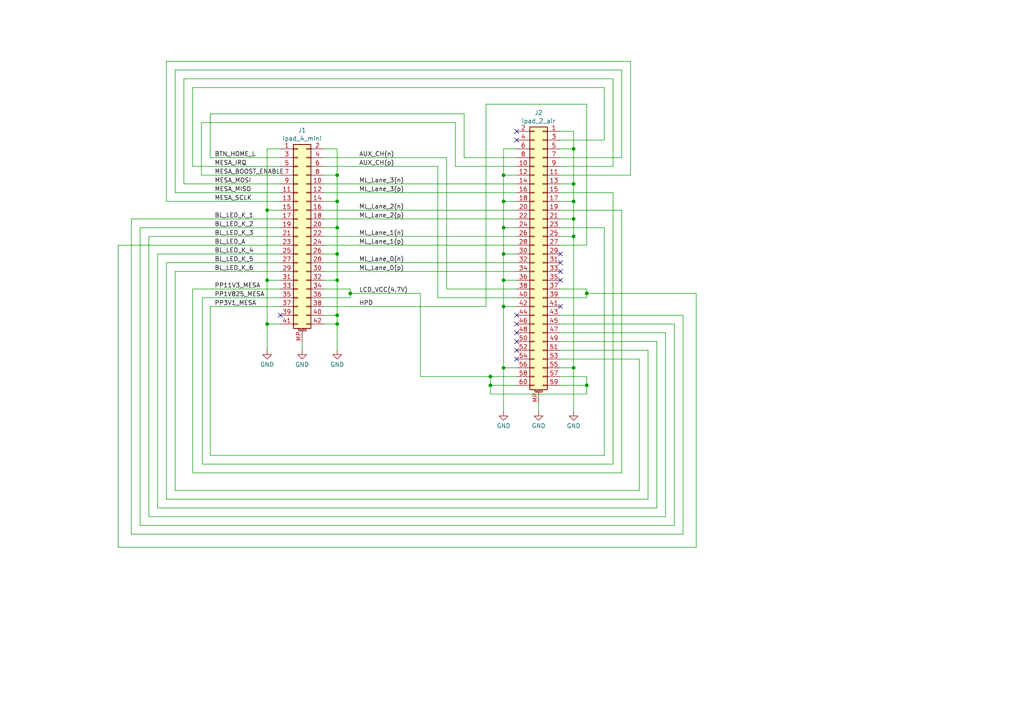
<source format=kicad_sch>
(kicad_sch (version 20231120) (generator "eeschema") (generator_version "8.0")
  (paper "A4")
  (lib_symbols
    (symbol "Connector_Generic_MountingPin:Conn_02x21_Odd_Even_MountingPin" (pin_names (offset 1.016) hide)
      (property "Reference" "J" (at 1.27 27.94 0))
      (property "Value" "Conn_02x21_Odd_Even_MountingPin" (at 2.54 -27.94 0))
      (symbol "Conn_02x21_Odd_Even_MountingPin_1_1"
        (rectangle (start -1.27 -25.273) (end 0 -25.527) (stroke (width 0.1524)))
        (rectangle (start -1.27 -22.733) (end 0 -22.987) (stroke (width 0.1524)))
        (rectangle (start -1.27 -20.193) (end 0 -20.447) (stroke (width 0.1524)))
        (rectangle (start -1.27 -17.653) (end 0 -17.907) (stroke (width 0.1524)))
        (rectangle (start -1.27 -15.113) (end 0 -15.367) (stroke (width 0.1524)))
        (rectangle (start -1.27 -12.573) (end 0 -12.827) (stroke (width 0.1524)))
        (rectangle (start -1.27 -10.033) (end 0 -10.287) (stroke (width 0.1524)))
        (rectangle (start -1.27 -7.493) (end 0 -7.747) (stroke (width 0.1524)))
        (rectangle (start -1.27 -4.953) (end 0 -5.207) (stroke (width 0.1524)))
        (rectangle (start -1.27 -2.413) (end 0 -2.667) (stroke (width 0.1524)))
        (rectangle (start -1.27 0.127) (end 0 -0.127) (stroke (width 0.1524)))
        (rectangle (start -1.27 2.667) (end 0 2.413) (stroke (width 0.1524)))
        (rectangle (start -1.27 5.207) (end 0 4.953) (stroke (width 0.1524)))
        (rectangle (start -1.27 7.747) (end 0 7.493) (stroke (width 0.1524)))
        (rectangle (start -1.27 10.287) (end 0 10.033) (stroke (width 0.1524)))
        (rectangle (start -1.27 12.827) (end 0 12.573) (stroke (width 0.1524)))
        (rectangle (start -1.27 15.367) (end 0 15.113) (stroke (width 0.1524)))
        (rectangle (start -1.27 17.907) (end 0 17.653) (stroke (width 0.1524)))
        (rectangle (start -1.27 20.447) (end 0 20.193) (stroke (width 0.1524)))
        (rectangle (start -1.27 22.987) (end 0 22.733) (stroke (width 0.1524)))
        (rectangle (start -1.27 25.527) (end 0 25.273) (stroke (width 0.1524)))
        (rectangle (start -1.27 26.67) (end 3.81 -26.67) (stroke (width 0.254)) (fill (type background)))
        (polyline (pts (xy 0.254 -27.432) (xy 2.286 -27.432)) (stroke (width 0.1524)))
        (rectangle (start 3.81 -25.273) (end 2.54 -25.527) (stroke (width 0.1524)))
        (rectangle (start 3.81 -22.733) (end 2.54 -22.987) (stroke (width 0.1524)))
        (rectangle (start 3.81 -20.193) (end 2.54 -20.447) (stroke (width 0.1524)))
        (rectangle (start 3.81 -17.653) (end 2.54 -17.907) (stroke (width 0.1524)))
        (rectangle (start 3.81 -15.113) (end 2.54 -15.367) (stroke (width 0.1524)))
        (rectangle (start 3.81 -12.573) (end 2.54 -12.827) (stroke (width 0.1524)))
        (rectangle (start 3.81 -10.033) (end 2.54 -10.287) (stroke (width 0.1524)))
        (rectangle (start 3.81 -7.493) (end 2.54 -7.747) (stroke (width 0.1524)))
        (rectangle (start 3.81 -4.953) (end 2.54 -5.207) (stroke (width 0.1524)))
        (rectangle (start 3.81 -2.413) (end 2.54 -2.667) (stroke (width 0.1524)))
        (rectangle (start 3.81 0.127) (end 2.54 -0.127) (stroke (width 0.1524)))
        (rectangle (start 3.81 2.667) (end 2.54 2.413) (stroke (width 0.1524)))
        (rectangle (start 3.81 5.207) (end 2.54 4.953) (stroke (width 0.1524)))
        (rectangle (start 3.81 7.747) (end 2.54 7.493) (stroke (width 0.1524)))
        (rectangle (start 3.81 10.287) (end 2.54 10.033) (stroke (width 0.1524)))
        (rectangle (start 3.81 12.827) (end 2.54 12.573) (stroke (width 0.1524)))
        (rectangle (start 3.81 15.367) (end 2.54 15.113) (stroke (width 0.1524)))
        (rectangle (start 3.81 17.907) (end 2.54 17.653) (stroke (width 0.1524)))
        (rectangle (start 3.81 20.447) (end 2.54 20.193) (stroke (width 0.1524)))
        (rectangle (start 3.81 22.987) (end 2.54 22.733) (stroke (width 0.1524)))
        (rectangle (start 3.81 25.527) (end 2.54 25.273) (stroke (width 0.1524)))
        (text "Mounting" (at 1.27 -27.051 0) (effects (font (size 0.381 0.381))))
        (pin passive line (at -5.08 25.4 0) (length 3.81) (name "Pin_1") (number "1"))
        (pin passive line (at 7.62 15.24 180) (length 3.81) (name "Pin_10") (number "10"))
        (pin passive line (at -5.08 12.7 0) (length 3.81) (name "Pin_11") (number "11"))
        (pin passive line (at 7.62 12.7 180) (length 3.81) (name "Pin_12") (number "12"))
        (pin passive line (at -5.08 10.16 0) (length 3.81) (name "Pin_13") (number "13"))
        (pin passive line (at 7.62 10.16 180) (length 3.81) (name "Pin_14") (number "14"))
        (pin passive line (at -5.08 7.62 0) (length 3.81) (name "Pin_15") (number "15"))
        (pin passive line (at 7.62 7.62 180) (length 3.81) (name "Pin_16") (number "16"))
        (pin passive line (at -5.08 5.08 0) (length 3.81) (name "Pin_17") (number "17"))
        (pin passive line (at 7.62 5.08 180) (length 3.81) (name "Pin_18") (number "18"))
        (pin passive line (at -5.08 2.54 0) (length 3.81) (name "Pin_19") (number "19"))
        (pin passive line (at 7.62 25.4 180) (length 3.81) (name "Pin_2") (number "2"))
        (pin passive line (at 7.62 2.54 180) (length 3.81) (name "Pin_20") (number "20"))
        (pin passive line (at -5.08 0 0) (length 3.81) (name "Pin_21") (number "21"))
        (pin passive line (at 7.62 0 180) (length 3.81) (name "Pin_22") (number "22"))
        (pin passive line (at -5.08 -2.54 0) (length 3.81) (name "Pin_23") (number "23"))
        (pin passive line (at 7.62 -2.54 180) (length 3.81) (name "Pin_24") (number "24"))
        (pin passive line (at -5.08 -5.08 0) (length 3.81) (name "Pin_25") (number "25"))
        (pin passive line (at 7.62 -5.08 180) (length 3.81) (name "Pin_26") (number "26"))
        (pin passive line (at -5.08 -7.62 0) (length 3.81) (name "Pin_27") (number "27"))
        (pin passive line (at 7.62 -7.62 180) (length 3.81) (name "Pin_28") (number "28"))
        (pin passive line (at -5.08 -10.16 0) (length 3.81) (name "Pin_29") (number "29"))
        (pin passive line (at -5.08 22.86 0) (length 3.81) (name "Pin_3") (number "3"))
        (pin passive line (at 7.62 -10.16 180) (length 3.81) (name "Pin_30") (number "30"))
        (pin passive line (at -5.08 -12.7 0) (length 3.81) (name "Pin_31") (number "31"))
        (pin passive line (at 7.62 -12.7 180) (length 3.81) (name "Pin_32") (number "32"))
        (pin passive line (at -5.08 -15.24 0) (length 3.81) (name "Pin_33") (number "33"))
        (pin passive line (at 7.62 -15.24 180) (length 3.81) (name "Pin_34") (number "34"))
        (pin passive line (at -5.08 -17.78 0) (length 3.81) (name "Pin_35") (number "35"))
        (pin passive line (at 7.62 -17.78 180) (length 3.81) (name "Pin_36") (number "36"))
        (pin passive line (at -5.08 -20.32 0) (length 3.81) (name "Pin_37") (number "37"))
        (pin passive line (at 7.62 -20.32 180) (length 3.81) (name "Pin_38") (number "38"))
        (pin passive line (at -5.08 -22.86 0) (length 3.81) (name "Pin_39") (number "39"))
        (pin passive line (at 7.62 22.86 180) (length 3.81) (name "Pin_4") (number "4"))
        (pin passive line (at 7.62 -22.86 180) (length 3.81) (name "Pin_40") (number "40"))
        (pin passive line (at -5.08 -25.4 0) (length 3.81) (name "Pin_41") (number "41"))
        (pin passive line (at 7.62 -25.4 180) (length 3.81) (name "Pin_42") (number "42"))
        (pin passive line (at -5.08 20.32 0) (length 3.81) (name "Pin_5") (number "5"))
        (pin passive line (at 7.62 20.32 180) (length 3.81) (name "Pin_6") (number "6"))
        (pin passive line (at -5.08 17.78 0) (length 3.81) (name "Pin_7") (number "7"))
        (pin passive line (at 7.62 17.78 180) (length 3.81) (name "Pin_8") (number "8"))
        (pin passive line (at -5.08 15.24 0) (length 3.81) (name "Pin_9") (number "9"))
        (pin passive line (at 1.27 -30.48 90) (length 3.048) (name "MountPin") (number "MP"))
      )
    )
    (symbol "Connector_Generic_MountingPin:Conn_02x30_Odd_Even_MountingPin" (pin_names (offset 1.016) hide)
      (property "Reference" "J" (at 1.27 38.1 0))
      (property "Value" "Conn_02x30_Odd_Even_MountingPin" (at 2.54 -40.64 0))
      (symbol "Conn_02x30_Odd_Even_MountingPin_1_1"
        (rectangle (start -1.27 -37.973) (end 0 -38.227) (stroke (width 0.1524)))
        (rectangle (start -1.27 -35.433) (end 0 -35.687) (stroke (width 0.1524)))
        (rectangle (start -1.27 -32.893) (end 0 -33.147) (stroke (width 0.1524)))
        (rectangle (start -1.27 -30.353) (end 0 -30.607) (stroke (width 0.1524)))
        (rectangle (start -1.27 -27.813) (end 0 -28.067) (stroke (width 0.1524)))
        (rectangle (start -1.27 -25.273) (end 0 -25.527) (stroke (width 0.1524)))
        (rectangle (start -1.27 -22.733) (end 0 -22.987) (stroke (width 0.1524)))
        (rectangle (start -1.27 -20.193) (end 0 -20.447) (stroke (width 0.1524)))
        (rectangle (start -1.27 -17.653) (end 0 -17.907) (stroke (width 0.1524)))
        (rectangle (start -1.27 -15.113) (end 0 -15.367) (stroke (width 0.1524)))
        (rectangle (start -1.27 -12.573) (end 0 -12.827) (stroke (width 0.1524)))
        (rectangle (start -1.27 -10.033) (end 0 -10.287) (stroke (width 0.1524)))
        (rectangle (start -1.27 -7.493) (end 0 -7.747) (stroke (width 0.1524)))
        (rectangle (start -1.27 -4.953) (end 0 -5.207) (stroke (width 0.1524)))
        (rectangle (start -1.27 -2.413) (end 0 -2.667) (stroke (width 0.1524)))
        (rectangle (start -1.27 0.127) (end 0 -0.127) (stroke (width 0.1524)))
        (rectangle (start -1.27 2.667) (end 0 2.413) (stroke (width 0.1524)))
        (rectangle (start -1.27 5.207) (end 0 4.953) (stroke (width 0.1524)))
        (rectangle (start -1.27 7.747) (end 0 7.493) (stroke (width 0.1524)))
        (rectangle (start -1.27 10.287) (end 0 10.033) (stroke (width 0.1524)))
        (rectangle (start -1.27 12.827) (end 0 12.573) (stroke (width 0.1524)))
        (rectangle (start -1.27 15.367) (end 0 15.113) (stroke (width 0.1524)))
        (rectangle (start -1.27 17.907) (end 0 17.653) (stroke (width 0.1524)))
        (rectangle (start -1.27 20.447) (end 0 20.193) (stroke (width 0.1524)))
        (rectangle (start -1.27 22.987) (end 0 22.733) (stroke (width 0.1524)))
        (rectangle (start -1.27 25.527) (end 0 25.273) (stroke (width 0.1524)))
        (rectangle (start -1.27 28.067) (end 0 27.813) (stroke (width 0.1524)))
        (rectangle (start -1.27 30.607) (end 0 30.353) (stroke (width 0.1524)))
        (rectangle (start -1.27 33.147) (end 0 32.893) (stroke (width 0.1524)))
        (rectangle (start -1.27 35.687) (end 0 35.433) (stroke (width 0.1524)))
        (rectangle (start -1.27 36.83) (end 3.81 -39.37) (stroke (width 0.254)) (fill (type background)))
        (polyline (pts (xy 0.254 -40.132) (xy 2.286 -40.132)) (stroke (width 0.1524)))
        (rectangle (start 3.81 -37.973) (end 2.54 -38.227) (stroke (width 0.1524)))
        (rectangle (start 3.81 -35.433) (end 2.54 -35.687) (stroke (width 0.1524)))
        (rectangle (start 3.81 -32.893) (end 2.54 -33.147) (stroke (width 0.1524)))
        (rectangle (start 3.81 -30.353) (end 2.54 -30.607) (stroke (width 0.1524)))
        (rectangle (start 3.81 -27.813) (end 2.54 -28.067) (stroke (width 0.1524)))
        (rectangle (start 3.81 -25.273) (end 2.54 -25.527) (stroke (width 0.1524)))
        (rectangle (start 3.81 -22.733) (end 2.54 -22.987) (stroke (width 0.1524)))
        (rectangle (start 3.81 -20.193) (end 2.54 -20.447) (stroke (width 0.1524)))
        (rectangle (start 3.81 -17.653) (end 2.54 -17.907) (stroke (width 0.1524)))
        (rectangle (start 3.81 -15.113) (end 2.54 -15.367) (stroke (width 0.1524)))
        (rectangle (start 3.81 -12.573) (end 2.54 -12.827) (stroke (width 0.1524)))
        (rectangle (start 3.81 -10.033) (end 2.54 -10.287) (stroke (width 0.1524)))
        (rectangle (start 3.81 -7.493) (end 2.54 -7.747) (stroke (width 0.1524)))
        (rectangle (start 3.81 -4.953) (end 2.54 -5.207) (stroke (width 0.1524)))
        (rectangle (start 3.81 -2.413) (end 2.54 -2.667) (stroke (width 0.1524)))
        (rectangle (start 3.81 0.127) (end 2.54 -0.127) (stroke (width 0.1524)))
        (rectangle (start 3.81 2.667) (end 2.54 2.413) (stroke (width 0.1524)))
        (rectangle (start 3.81 5.207) (end 2.54 4.953) (stroke (width 0.1524)))
        (rectangle (start 3.81 7.747) (end 2.54 7.493) (stroke (width 0.1524)))
        (rectangle (start 3.81 10.287) (end 2.54 10.033) (stroke (width 0.1524)))
        (rectangle (start 3.81 12.827) (end 2.54 12.573) (stroke (width 0.1524)))
        (rectangle (start 3.81 15.367) (end 2.54 15.113) (stroke (width 0.1524)))
        (rectangle (start 3.81 17.907) (end 2.54 17.653) (stroke (width 0.1524)))
        (rectangle (start 3.81 20.447) (end 2.54 20.193) (stroke (width 0.1524)))
        (rectangle (start 3.81 22.987) (end 2.54 22.733) (stroke (width 0.1524)))
        (rectangle (start 3.81 25.527) (end 2.54 25.273) (stroke (width 0.1524)))
        (rectangle (start 3.81 28.067) (end 2.54 27.813) (stroke (width 0.1524)))
        (rectangle (start 3.81 30.607) (end 2.54 30.353) (stroke (width 0.1524)))
        (rectangle (start 3.81 33.147) (end 2.54 32.893) (stroke (width 0.1524)))
        (rectangle (start 3.81 35.687) (end 2.54 35.433) (stroke (width 0.1524)))
        (text "Mounting" (at 1.27 -39.751 0) (effects (font (size 0.381 0.381))))
        (pin passive line (at -5.08 35.56 0) (length 3.81) (name "Pin_1") (number "1"))
        (pin passive line (at 7.62 25.4 180) (length 3.81) (name "Pin_10") (number "10"))
        (pin passive line (at -5.08 22.86 0) (length 3.81) (name "Pin_11") (number "11"))
        (pin passive line (at 7.62 22.86 180) (length 3.81) (name "Pin_12") (number "12"))
        (pin passive line (at -5.08 20.32 0) (length 3.81) (name "Pin_13") (number "13"))
        (pin passive line (at 7.62 20.32 180) (length 3.81) (name "Pin_14") (number "14"))
        (pin passive line (at -5.08 17.78 0) (length 3.81) (name "Pin_15") (number "15"))
        (pin passive line (at 7.62 17.78 180) (length 3.81) (name "Pin_16") (number "16"))
        (pin passive line (at -5.08 15.24 0) (length 3.81) (name "Pin_17") (number "17"))
        (pin passive line (at 7.62 15.24 180) (length 3.81) (name "Pin_18") (number "18"))
        (pin passive line (at -5.08 12.7 0) (length 3.81) (name "Pin_19") (number "19"))
        (pin passive line (at 7.62 35.56 180) (length 3.81) (name "Pin_2") (number "2"))
        (pin passive line (at 7.62 12.7 180) (length 3.81) (name "Pin_20") (number "20"))
        (pin passive line (at -5.08 10.16 0) (length 3.81) (name "Pin_21") (number "21"))
        (pin passive line (at 7.62 10.16 180) (length 3.81) (name "Pin_22") (number "22"))
        (pin passive line (at -5.08 7.62 0) (length 3.81) (name "Pin_23") (number "23"))
        (pin passive line (at 7.62 7.62 180) (length 3.81) (name "Pin_24") (number "24"))
        (pin passive line (at -5.08 5.08 0) (length 3.81) (name "Pin_25") (number "25"))
        (pin passive line (at 7.62 5.08 180) (length 3.81) (name "Pin_26") (number "26"))
        (pin passive line (at -5.08 2.54 0) (length 3.81) (name "Pin_27") (number "27"))
        (pin passive line (at 7.62 2.54 180) (length 3.81) (name "Pin_28") (number "28"))
        (pin passive line (at -5.08 0 0) (length 3.81) (name "Pin_29") (number "29"))
        (pin passive line (at -5.08 33.02 0) (length 3.81) (name "Pin_3") (number "3"))
        (pin passive line (at 7.62 0 180) (length 3.81) (name "Pin_30") (number "30"))
        (pin passive line (at -5.08 -2.54 0) (length 3.81) (name "Pin_31") (number "31"))
        (pin passive line (at 7.62 -2.54 180) (length 3.81) (name "Pin_32") (number "32"))
        (pin passive line (at -5.08 -5.08 0) (length 3.81) (name "Pin_33") (number "33"))
        (pin passive line (at 7.62 -5.08 180) (length 3.81) (name "Pin_34") (number "34"))
        (pin passive line (at -5.08 -7.62 0) (length 3.81) (name "Pin_35") (number "35"))
        (pin passive line (at 7.62 -7.62 180) (length 3.81) (name "Pin_36") (number "36"))
        (pin passive line (at -5.08 -10.16 0) (length 3.81) (name "Pin_37") (number "37"))
        (pin passive line (at 7.62 -10.16 180) (length 3.81) (name "Pin_38") (number "38"))
        (pin passive line (at -5.08 -12.7 0) (length 3.81) (name "Pin_39") (number "39"))
        (pin passive line (at 7.62 33.02 180) (length 3.81) (name "Pin_4") (number "4"))
        (pin passive line (at 7.62 -12.7 180) (length 3.81) (name "Pin_40") (number "40"))
        (pin passive line (at -5.08 -15.24 0) (length 3.81) (name "Pin_41") (number "41"))
        (pin passive line (at 7.62 -15.24 180) (length 3.81) (name "Pin_42") (number "42"))
        (pin passive line (at -5.08 -17.78 0) (length 3.81) (name "Pin_43") (number "43"))
        (pin passive line (at 7.62 -17.78 180) (length 3.81) (name "Pin_44") (number "44"))
        (pin passive line (at -5.08 -20.32 0) (length 3.81) (name "Pin_45") (number "45"))
        (pin passive line (at 7.62 -20.32 180) (length 3.81) (name "Pin_46") (number "46"))
        (pin passive line (at -5.08 -22.86 0) (length 3.81) (name "Pin_47") (number "47"))
        (pin passive line (at 7.62 -22.86 180) (length 3.81) (name "Pin_48") (number "48"))
        (pin passive line (at -5.08 -25.4 0) (length 3.81) (name "Pin_49") (number "49"))
        (pin passive line (at -5.08 30.48 0) (length 3.81) (name "Pin_5") (number "5"))
        (pin passive line (at 7.62 -25.4 180) (length 3.81) (name "Pin_50") (number "50"))
        (pin passive line (at -5.08 -27.94 0) (length 3.81) (name "Pin_51") (number "51"))
        (pin passive line (at 7.62 -27.94 180) (length 3.81) (name "Pin_52") (number "52"))
        (pin passive line (at -5.08 -30.48 0) (length 3.81) (name "Pin_53") (number "53"))
        (pin passive line (at 7.62 -30.48 180) (length 3.81) (name "Pin_54") (number "54"))
        (pin passive line (at -5.08 -33.02 0) (length 3.81) (name "Pin_55") (number "55"))
        (pin passive line (at 7.62 -33.02 180) (length 3.81) (name "Pin_56") (number "56"))
        (pin passive line (at -5.08 -35.56 0) (length 3.81) (name "Pin_57") (number "57"))
        (pin passive line (at 7.62 -35.56 180) (length 3.81) (name "Pin_58") (number "58"))
        (pin passive line (at -5.08 -38.1 0) (length 3.81) (name "Pin_59") (number "59"))
        (pin passive line (at 7.62 30.48 180) (length 3.81) (name "Pin_6") (number "6"))
        (pin passive line (at 7.62 -38.1 180) (length 3.81) (name "Pin_60") (number "60"))
        (pin passive line (at -5.08 27.94 0) (length 3.81) (name "Pin_7") (number "7"))
        (pin passive line (at 7.62 27.94 180) (length 3.81) (name "Pin_8") (number "8"))
        (pin passive line (at -5.08 25.4 0) (length 3.81) (name "Pin_9") (number "9"))
        (pin passive line (at 1.27 -43.18 90) (length 3.048) (name "MountPin") (number "MP"))
      )
    )
    (symbol "power:GND" (power) (pin_numbers hide) (pin_names (offset 0) hide)
      (property "Value" "GND" (at 0 -3.81 0))
      (symbol "GND_0_1"
        (polyline (pts (xy 0 0) (xy 0 -1.27) (xy 1.27 -1.27) (xy 0 -2.54) (xy -1.27 -1.27) (xy 0 -1.27)))
      )
      (symbol "GND_1_1"
        (pin power_in line (at 0 0 270) (length 0) (name "~") (number "1"))
      )
    )
  )
  (junction (at 142.24 111.76))
  (junction (at 97.79 81.28))
  (junction (at 97.79 58.42))
  (junction (at 101.6 85.09))
  (junction (at 97.79 66.04))
  (junction (at 166.37 106.68))
  (junction (at 166.37 68.58))
  (junction (at 77.47 60.96))
  (junction (at 146.05 66.04))
  (junction (at 77.47 81.28))
  (junction (at 146.05 58.42))
  (junction (at 142.24 109.22))
  (junction (at 97.79 50.8))
  (junction (at 170.18 111.76))
  (junction (at 77.47 93.98))
  (junction (at 97.79 73.66))
  (junction (at 146.05 88.9))
  (junction (at 97.79 93.98))
  (junction (at 166.37 63.5))
  (junction (at 97.79 91.44))
  (junction (at 166.37 43.18))
  (junction (at 166.37 58.42))
  (junction (at 170.18 85.09))
  (junction (at 146.05 81.28))
  (junction (at 146.05 73.66))
  (junction (at 166.37 53.34))
  (junction (at 146.05 50.8))
  (junction (at 146.05 106.68))
  (no_connect (at 162.56 76.2))
  (no_connect (at 149.86 40.64))
  (no_connect (at 162.56 78.74))
  (no_connect (at 149.86 101.6))
  (no_connect (at 149.86 104.14))
  (no_connect (at 81.28 91.44))
  (no_connect (at 162.56 81.28))
  (no_connect (at 149.86 93.98))
  (no_connect (at 162.56 73.66))
  (no_connect (at 162.56 88.9))
  (no_connect (at 149.86 99.06))
  (no_connect (at 149.86 91.44))
  (no_connect (at 149.86 38.1))
  (no_connect (at 149.86 96.52))
  (wire (pts (xy 177.8 22.86) (xy 177.8 48.26)))
  (wire (pts (xy 48.26 76.2) (xy 81.28 76.2)))
  (wire (pts (xy 149.86 73.66) (xy 146.05 73.66)))
  (wire (pts (xy 45.72 73.66) (xy 45.72 147.32)))
  (wire (pts (xy 43.18 149.86) (xy 43.18 68.58)))
  (wire (pts (xy 180.34 20.32) (xy 180.34 45.72)))
  (wire (pts (xy 101.6 85.09) (xy 101.6 86.36)))
  (wire (pts (xy 162.56 101.6) (xy 187.96 101.6)))
  (wire (pts (xy 58.42 35.56) (xy 132.08 35.56)))
  (wire (pts (xy 170.18 30.226) (xy 170.18 71.12)))
  (wire (pts (xy 146.05 88.9) (xy 146.05 106.68)))
  (wire (pts (xy 162.56 50.8) (xy 182.88 50.8)))
  (wire (pts (xy 162.56 109.22) (xy 170.18 109.22)))
  (wire (pts (xy 162.56 63.5) (xy 166.37 63.5)))
  (wire (pts (xy 77.47 60.96) (xy 77.47 81.28)))
  (wire (pts (xy 101.6 83.82) (xy 101.6 85.09)))
  (wire (pts (xy 177.8 55.88) (xy 162.56 55.88)))
  (wire (pts (xy 170.18 111.76) (xy 162.56 111.76)))
  (wire (pts (xy 170.18 85.09) (xy 201.93 85.09)))
  (wire (pts (xy 58.42 35.56) (xy 58.42 50.8)))
  (wire (pts (xy 127 48.26) (xy 127 86.36)))
  (wire (pts (xy 198.12 154.94) (xy 38.1 154.94)))
  (wire (pts (xy 187.96 144.78) (xy 48.26 144.78)))
  (wire (pts (xy 201.93 158.75) (xy 34.29 158.75)))
  (wire (pts (xy 60.96 45.72) (xy 81.28 45.72)))
  (wire (pts (xy 97.79 93.98) (xy 97.79 101.6)))
  (wire (pts (xy 149.86 83.82) (xy 129.54 83.82)))
  (wire (pts (xy 149.86 50.8) (xy 146.05 50.8)))
  (wire (pts (xy 77.47 60.96) (xy 77.47 43.18)))
  (wire (pts (xy 77.47 81.28) (xy 81.28 81.28)))
  (wire (pts (xy 97.79 50.8) (xy 97.79 58.42)))
  (wire (pts (xy 81.28 66.04) (xy 40.64 66.04)))
  (wire (pts (xy 170.18 86.36) (xy 170.18 85.09)))
  (wire (pts (xy 166.37 63.5) (xy 166.37 68.58)))
  (wire (pts (xy 48.26 17.78) (xy 48.26 58.42)))
  (wire (pts (xy 198.12 91.44) (xy 198.12 154.94)))
  (wire (pts (xy 162.56 58.42) (xy 166.37 58.42)))
  (wire (pts (xy 97.79 73.66) (xy 97.79 81.28)))
  (wire (pts (xy 34.29 71.12) (xy 81.28 71.12)))
  (wire (pts (xy 140.97 30.226) (xy 170.18 30.226)))
  (wire (pts (xy 55.88 25.4) (xy 175.26 25.4)))
  (wire (pts (xy 146.05 81.28) (xy 149.86 81.28)))
  (wire (pts (xy 162.56 96.52) (xy 193.04 96.52)))
  (wire (pts (xy 87.63 99.06) (xy 87.63 101.6)))
  (wire (pts (xy 81.28 88.9) (xy 60.96 88.9)))
  (wire (pts (xy 162.56 71.12) (xy 170.18 71.12)))
  (wire (pts (xy 166.37 43.18) (xy 166.37 53.34)))
  (wire (pts (xy 77.47 93.98) (xy 81.28 93.98)))
  (wire (pts (xy 170.18 109.22) (xy 170.18 111.76)))
  (wire (pts (xy 195.58 152.4) (xy 195.58 93.98)))
  (wire (pts (xy 190.5 99.06) (xy 162.56 99.06)))
  (wire (pts (xy 132.08 48.26) (xy 132.08 35.56)))
  (wire (pts (xy 149.86 58.42) (xy 146.05 58.42)))
  (wire (pts (xy 53.34 22.86) (xy 177.8 22.86)))
  (wire (pts (xy 97.79 91.44) (xy 97.79 93.98)))
  (wire (pts (xy 142.24 109.22) (xy 149.86 109.22)))
  (wire (pts (xy 175.26 66.04) (xy 162.56 66.04)))
  (wire (pts (xy 146.05 50.8) (xy 146.05 43.18)))
  (wire (pts (xy 146.05 119.38) (xy 146.05 106.68)))
  (wire (pts (xy 40.64 152.4) (xy 195.58 152.4)))
  (wire (pts (xy 185.42 142.24) (xy 185.42 104.14)))
  (wire (pts (xy 60.96 132.08) (xy 175.26 132.08)))
  (wire (pts (xy 149.86 48.26) (xy 132.08 48.26)))
  (wire (pts (xy 149.86 88.9) (xy 146.05 88.9)))
  (wire (pts (xy 93.98 66.04) (xy 97.79 66.04)))
  (wire (pts (xy 58.42 50.8) (xy 81.28 50.8)))
  (wire (pts (xy 93.98 91.44) (xy 97.79 91.44)))
  (wire (pts (xy 93.98 93.98) (xy 97.79 93.98)))
  (wire (pts (xy 175.26 25.4) (xy 175.26 40.64)))
  (wire (pts (xy 146.05 58.42) (xy 146.05 66.04)))
  (wire (pts (xy 127 86.36) (xy 149.86 86.36)))
  (wire (pts (xy 142.24 114.3) (xy 170.18 114.3)))
  (wire (pts (xy 93.98 48.26) (xy 127 48.26)))
  (wire (pts (xy 162.56 86.36) (xy 170.18 86.36)))
  (wire (pts (xy 81.28 48.26) (xy 55.88 48.26)))
  (wire (pts (xy 149.86 45.72) (xy 134.62 45.72)))
  (wire (pts (xy 162.56 106.68) (xy 166.37 106.68)))
  (wire (pts (xy 177.8 134.62) (xy 177.8 55.88)))
  (wire (pts (xy 93.98 50.8) (xy 97.79 50.8)))
  (wire (pts (xy 162.56 68.58) (xy 166.37 68.58)))
  (wire (pts (xy 93.98 60.96) (xy 149.86 60.96)))
  (wire (pts (xy 77.47 43.18) (xy 81.28 43.18)))
  (wire (pts (xy 166.37 106.68) (xy 166.37 119.38)))
  (wire (pts (xy 146.05 50.8) (xy 146.05 58.42)))
  (wire (pts (xy 50.8 20.32) (xy 180.34 20.32)))
  (wire (pts (xy 81.28 78.74) (xy 50.8 78.74)))
  (wire (pts (xy 180.34 45.72) (xy 162.56 45.72)))
  (wire (pts (xy 156.21 119.38) (xy 156.21 116.84)))
  (wire (pts (xy 180.34 137.16) (xy 180.34 60.96)))
  (wire (pts (xy 53.34 53.34) (xy 53.34 22.86)))
  (wire (pts (xy 180.34 60.96) (xy 162.56 60.96)))
  (wire (pts (xy 93.98 43.18) (xy 97.79 43.18)))
  (wire (pts (xy 162.56 43.18) (xy 166.37 43.18)))
  (wire (pts (xy 175.26 66.04) (xy 175.26 132.08)))
  (wire (pts (xy 93.98 53.34) (xy 149.86 53.34)))
  (wire (pts (xy 166.37 53.34) (xy 166.37 58.42)))
  (wire (pts (xy 121.92 109.22) (xy 142.24 109.22)))
  (wire (pts (xy 55.88 137.16) (xy 180.34 137.16)))
  (wire (pts (xy 201.93 85.09) (xy 201.93 158.75)))
  (wire (pts (xy 93.98 83.82) (xy 101.6 83.82)))
  (wire (pts (xy 50.8 78.74) (xy 50.8 142.24)))
  (wire (pts (xy 60.96 88.9) (xy 60.96 132.08)))
  (wire (pts (xy 93.98 68.58) (xy 149.86 68.58)))
  (wire (pts (xy 81.28 55.88) (xy 50.8 55.88)))
  (wire (pts (xy 97.79 43.18) (xy 97.79 50.8)))
  (wire (pts (xy 50.8 142.24) (xy 185.42 142.24)))
  (wire (pts (xy 177.8 48.26) (xy 162.56 48.26)))
  (wire (pts (xy 93.98 71.12) (xy 149.86 71.12)))
  (wire (pts (xy 93.98 45.72) (xy 129.54 45.72)))
  (wire (pts (xy 40.64 66.04) (xy 40.64 152.4)))
  (wire (pts (xy 50.8 55.88) (xy 50.8 20.32)))
  (wire (pts (xy 162.56 38.1) (xy 166.37 38.1)))
  (wire (pts (xy 146.05 106.68) (xy 149.86 106.68)))
  (wire (pts (xy 193.04 96.52) (xy 193.04 149.86)))
  (wire (pts (xy 170.18 111.76) (xy 170.18 114.3)))
  (wire (pts (xy 97.79 81.28) (xy 97.79 91.44)))
  (wire (pts (xy 195.58 93.98) (xy 162.56 93.98)))
  (wire (pts (xy 185.42 104.14) (xy 162.56 104.14)))
  (wire (pts (xy 93.98 81.28) (xy 97.79 81.28)))
  (wire (pts (xy 81.28 86.36) (xy 58.674 86.36)))
  (wire (pts (xy 166.37 38.1) (xy 166.37 43.18)))
  (wire (pts (xy 187.96 101.6) (xy 187.96 144.78)))
  (wire (pts (xy 93.98 86.36) (xy 101.6 86.36)))
  (wire (pts (xy 101.6 85.09) (xy 121.92 85.09)))
  (wire (pts (xy 48.26 58.42) (xy 81.28 58.42)))
  (wire (pts (xy 134.62 33.02) (xy 60.96 33.02)))
  (wire (pts (xy 77.47 93.98) (xy 77.47 101.6)))
  (wire (pts (xy 58.674 134.62) (xy 177.8 134.62)))
  (wire (pts (xy 93.98 63.5) (xy 149.86 63.5)))
  (wire (pts (xy 55.88 83.82) (xy 55.88 137.16)))
  (wire (pts (xy 48.26 144.78) (xy 48.26 76.2)))
  (wire (pts (xy 146.05 43.18) (xy 149.86 43.18)))
  (wire (pts (xy 146.05 73.66) (xy 146.05 81.28)))
  (wire (pts (xy 166.37 68.58) (xy 166.37 106.68)))
  (wire (pts (xy 121.92 85.09) (xy 121.92 109.22)))
  (wire (pts (xy 77.47 81.28) (xy 77.47 93.98)))
  (wire (pts (xy 97.79 66.04) (xy 97.79 73.66)))
  (wire (pts (xy 81.28 83.82) (xy 55.88 83.82)))
  (wire (pts (xy 193.04 149.86) (xy 43.18 149.86)))
  (wire (pts (xy 97.79 58.42) (xy 97.79 66.04)))
  (wire (pts (xy 55.88 48.26) (xy 55.88 25.4)))
  (wire (pts (xy 162.56 91.44) (xy 198.12 91.44)))
  (wire (pts (xy 175.26 40.64) (xy 162.56 40.64)))
  (wire (pts (xy 45.72 147.32) (xy 190.5 147.32)))
  (wire (pts (xy 81.28 53.34) (xy 53.34 53.34)))
  (wire (pts (xy 129.54 45.72) (xy 129.54 83.82)))
  (wire (pts (xy 142.24 111.76) (xy 149.86 111.76)))
  (wire (pts (xy 93.98 73.66) (xy 97.79 73.66)))
  (wire (pts (xy 182.88 50.8) (xy 182.88 17.78)))
  (wire (pts (xy 134.62 45.72) (xy 134.62 33.02)))
  (wire (pts (xy 93.98 55.88) (xy 149.86 55.88)))
  (wire (pts (xy 146.05 66.04) (xy 146.05 73.66)))
  (wire (pts (xy 149.86 66.04) (xy 146.05 66.04)))
  (wire (pts (xy 81.28 73.66) (xy 45.72 73.66)))
  (wire (pts (xy 60.96 33.02) (xy 60.96 45.72)))
  (wire (pts (xy 38.1 154.94) (xy 38.1 63.5)))
  (wire (pts (xy 43.18 68.58) (xy 81.28 68.58)))
  (wire (pts (xy 81.28 60.96) (xy 77.47 60.96)))
  (wire (pts (xy 38.1 63.5) (xy 81.28 63.5)))
  (wire (pts (xy 93.98 58.42) (xy 97.79 58.42)))
  (wire (pts (xy 162.56 53.34) (xy 166.37 53.34)))
  (wire (pts (xy 170.18 85.09) (xy 170.18 83.82)))
  (wire (pts (xy 166.37 58.42) (xy 166.37 63.5)))
  (wire (pts (xy 190.5 147.32) (xy 190.5 99.06)))
  (wire (pts (xy 142.24 111.76) (xy 142.24 114.3)))
  (wire (pts (xy 182.88 17.78) (xy 48.26 17.78)))
  (wire (pts (xy 93.98 76.2) (xy 149.86 76.2)))
  (wire (pts (xy 146.05 88.9) (xy 146.05 81.28)))
  (wire (pts (xy 93.98 78.74) (xy 149.86 78.74)))
  (wire (pts (xy 142.24 109.22) (xy 142.24 111.76)))
  (wire (pts (xy 140.97 88.9) (xy 140.97 30.226)))
  (wire (pts (xy 58.674 86.36) (xy 58.674 134.62)))
  (wire (pts (xy 170.18 83.82) (xy 162.56 83.82)))
  (wire (pts (xy 93.98 88.9) (xy 140.97 88.9)))
  (wire (pts (xy 34.29 158.75) (xy 34.29 71.12)))
  (label "AUX_CH(n)" (at 104.14 45.72 0))
  (label "ML_Lane_2(n)" (at 104.14 60.96 0))
  (label "BL_LED_K_5" (at 62.23 76.2 0))
  (label "PP1V825_MESA" (at 62.23 86.36 0))
  (label "BTN_HOME_L" (at 62.23 45.72 0))
  (label "LCD_VCC(4.7V)" (at 104.14 85.09 0))
  (label "ML_Lane_3(n)" (at 104.14 53.34 0))
  (label "ML_Lane_1(p)" (at 104.14 71.12 0))
  (label "ML_Lane_0(n)" (at 104.14 76.2 0))
  (label "MESA_IRQ" (at 62.23 48.26 0))
  (label "ML_Lane_2(p)" (at 104.14 63.5 0))
  (label "HPD" (at 104.14 88.9 0))
  (label "MESA_BOOST_ENABLE" (at 62.23 50.8 0))
  (label "AUX_CH(p)" (at 104.14 48.26 0))
  (label "ML_Lane_1(n)" (at 104.14 68.58 0))
  (label "BL_LED_K_3" (at 62.23 68.58 0))
  (label "PP11V3_MESA" (at 62.23 83.82 0))
  (label "BL_LED_K_1" (at 62.23 63.5 0))
  (label "MESA_MISO" (at 62.23 55.88 0))
  (label "MESA_SCLK" (at 62.23 58.42 0))
  (label "MESA_MOSI" (at 62.23 53.34 0))
  (label "BL_LED_K_2" (at 62.23 66.04 0))
  (label "ML_Lane_3(p)" (at 104.14 55.88 0))
  (label "PP3V1_MESA" (at 62.23 88.9 0))
  (label "BL_LED_A" (at 62.23 71.12 0))
  (label "BL_LED_K_6" (at 62.23 78.74 0))
  (label "BL_LED_K_4" (at 62.23 73.66 0))
  (label "ML_Lane_0(p)" (at 104.14 78.74 0))
  (symbol (lib_id "power:GND") (at 166.37 119.38 0) (unit 1)
    (property "Reference" "#PWR05" (effects (hide yes)))
    (property "Value" "GND" (at 166.37 123.5131 0))
    (property "Description" "Power symbol creates a global label with name \"GND\" , ground" (effects (hide yes)))
  )
  (symbol (lib_id "power:GND") (at 97.79 101.6 0) (unit 1)
    (property "Reference" "#PWR02" (effects (hide yes)))
    (property "Value" "GND" (at 97.79 105.7331 0))
    (property "Description" "Power symbol creates a global label with name \"GND\" , ground" (effects (hide yes)))
  )
  (symbol (lib_id "power:GND") (at 87.63 101.6 0) (unit 1)
    (property "Reference" "#PWR01" (effects (hide yes)))
    (property "Value" "GND" (at 87.63 105.7331 0))
    (property "Description" "Power symbol creates a global label with name \"GND\" , ground" (effects (hide yes)))
  )
  (symbol (lib_id "Connector_Generic_MountingPin:Conn_02x30_Odd_Even_MountingPin") (at 157.48 73.66 0) (mirror y) (unit 1)
    (property "Reference" "J2" (at 156.21 32.6855 0))
    (property "Value" "ipad_2_air" (at 156.21 35.1098 0))
    (property "Footprint" "feetprints:ipad_air_2_lcd_fl" (effects (hide yes)))
    (property "Description" "Generic connectable mounting pin connector, double row, 02x30, odd/even pin numbering scheme (row 1 odd numbers, row 2 even numbers), script generated (kicad-library-utils/schlib/autogen/connector/)" (effects (hide yes)))
  )
  (symbol (lib_id "power:GND") (at 156.21 119.38 0) (unit 1)
    (property "Reference" "#PWR04" (effects (hide yes)))
    (property "Value" "GND" (at 156.21 123.5131 0))
    (property "Description" "Power symbol creates a global label with name \"GND\" , ground" (effects (hide yes)))
  )
  (symbol (lib_id "Connector_Generic_MountingPin:Conn_02x21_Odd_Even_MountingPin") (at 86.36 68.58 0) (unit 1)
    (property "Reference" "J1" (at 87.63 37.7655 0))
    (property "Value" "ipad_4_mini" (at 87.63 40.1898 0))
    (property "Footprint" "feetprints:ipad_mini_4_lcd_mb" (effects (hide yes)))
    (property "Description" "Generic connectable mounting pin connector, double row, 02x21, odd/even pin numbering scheme (row 1 odd numbers, row 2 even numbers), script generated (kicad-library-utils/schlib/autogen/connector/)" (effects (hide yes)))
  )
  (symbol (lib_id "power:GND") (at 77.47 101.6 0) (unit 1)
    (property "Reference" "#PWR03" (effects (hide yes)))
    (property "Value" "GND" (at 77.47 105.7331 0))
    (property "Description" "Power symbol creates a global label with name \"GND\" , ground" (effects (hide yes)))
  )
  (symbol (lib_id "power:GND") (at 146.05 119.38 0) (unit 1)
    (property "Reference" "#PWR06" (effects (hide yes)))
    (property "Value" "GND" (at 146.05 123.5131 0))
    (property "Description" "Power symbol creates a global label with name \"GND\" , ground" (effects (hide yes)))
  )
)
</source>
